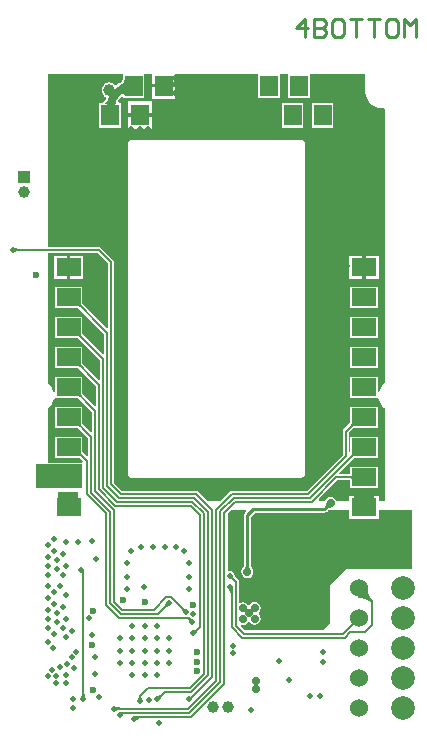
<source format=gbl>
G04*
G04 #@! TF.GenerationSoftware,Altium Limited,Altium Designer,20.0.1 (14)*
G04*
G04 Layer_Physical_Order=4*
G04 Layer_Color=16711680*
%FSLAX44Y44*%
%MOMM*%
G71*
G01*
G75*
%ADD10C,0.2540*%
%ADD20C,0.1800*%
%ADD43C,1.0000*%
%ADD76C,0.7000*%
%ADD84C,0.5000*%
%ADD85C,2.0000*%
%ADD86C,1.5240*%
%ADD87R,1.0000X1.0000*%
%ADD88C,0.7000*%
%ADD89C,0.6000*%
%ADD97R,1.5000X1.8000*%
%ADD98R,2.0000X1.5000*%
%ADD99R,1.7500X1.4500*%
%ADD100R,3.8773X2.0000*%
G36*
X125030Y540031D02*
X124996Y540613D01*
X124892Y541096D01*
X124719Y541479D01*
X124476Y541762D01*
X124164Y541945D01*
X123784Y542027D01*
X123333Y542010D01*
X122814Y541893D01*
X122225Y541675D01*
X121566Y541357D01*
X121188Y549599D01*
X121918Y550024D01*
X122572Y550486D01*
X123148Y550984D01*
X123647Y551517D01*
X124070Y552087D01*
X124416Y552693D01*
X124685Y553335D01*
X124877Y554013D01*
X124992Y554727D01*
X125030Y555477D01*
Y540031D01*
D02*
G37*
G36*
X328813Y543666D02*
X328813Y543666D01*
X328749D01*
X329226Y540045D01*
X330624Y536671D01*
X332847Y533774D01*
X335744Y531551D01*
X339118Y530153D01*
X342739Y529676D01*
X344045Y529848D01*
X345000Y529011D01*
Y296927D01*
X344004Y296162D01*
X341781Y293265D01*
X340383Y289891D01*
X340370Y289792D01*
X339100Y289875D01*
Y302500D01*
X315900D01*
Y284300D01*
X338885D01*
X339100Y284300D01*
X340215Y283926D01*
X340383Y282649D01*
X341781Y279275D01*
X344004Y276378D01*
X345000Y275613D01*
Y197500D01*
X340040D01*
Y201840D01*
X314960D01*
Y197500D01*
X303982D01*
X302927Y199079D01*
X301240Y200206D01*
X299250Y200602D01*
X297260Y200206D01*
X295573Y199079D01*
X294518Y197500D01*
X289572D01*
X289086Y198673D01*
X305064Y214651D01*
X315900D01*
Y208100D01*
X339100D01*
Y226300D01*
X315900D01*
Y219749D01*
X307013D01*
X306527Y220922D01*
X319105Y233500D01*
X339100D01*
Y251700D01*
X315900D01*
Y238628D01*
X315819Y238574D01*
X314549Y239253D01*
Y254944D01*
X318505Y258900D01*
X339100D01*
Y277100D01*
X315900D01*
Y263770D01*
X315890Y263715D01*
X315865Y263619D01*
X315836Y263534D01*
X315803Y263458D01*
X315765Y263389D01*
X315730Y263335D01*
X310198Y257802D01*
X309645Y256975D01*
X309451Y256000D01*
Y236056D01*
X279444Y206049D01*
X215884D01*
X214908Y205855D01*
X214081Y205302D01*
X206279Y197500D01*
X194530D01*
X186727Y205302D01*
X185900Y205855D01*
X184925Y206049D01*
X122556D01*
X115949Y212656D01*
Y399600D01*
X115755Y400575D01*
X115202Y401402D01*
X104802Y411802D01*
X103975Y412355D01*
X103000Y412549D01*
X60000D01*
Y558344D01*
X123400D01*
Y555536D01*
X123367Y554899D01*
X123281Y554366D01*
X123142Y553875D01*
X122950Y553415D01*
X122702Y552981D01*
X122393Y552564D01*
X122016Y552162D01*
X121565Y551772D01*
X121035Y551397D01*
X120367Y551008D01*
X120274Y550925D01*
X118488Y549971D01*
X117977Y549552D01*
X116715Y549697D01*
X116707Y549707D01*
X115329Y550765D01*
X113723Y551430D01*
X112000Y551657D01*
X110277Y551430D01*
X108672Y550765D01*
X107293Y549707D01*
X106235Y548329D01*
X105570Y546723D01*
X105343Y545000D01*
X105570Y543277D01*
X106235Y541671D01*
X107293Y540293D01*
X108672Y539235D01*
X109045Y539080D01*
X109198Y538652D01*
X108845Y537487D01*
X108624Y536873D01*
X108368Y536327D01*
X108093Y535874D01*
X107805Y535507D01*
X107506Y535216D01*
X107192Y534989D01*
X106854Y534814D01*
X106477Y534686D01*
X106047Y534603D01*
X105995Y534600D01*
X103400D01*
Y513400D01*
X121600D01*
Y532969D01*
X121601Y532973D01*
X121600Y532977D01*
Y534600D01*
X120427D01*
X120040Y534842D01*
X119701Y535215D01*
X119441Y535695D01*
X119423Y535807D01*
X119425Y535876D01*
X120157Y537247D01*
X122003Y539497D01*
X122130Y539601D01*
X123400Y539000D01*
Y538400D01*
X125026D01*
X125030Y538399D01*
X125035Y538400D01*
X141600D01*
Y558344D01*
X147860D01*
Y550500D01*
X157900D01*
X167940D01*
Y558344D01*
X238000D01*
Y538400D01*
X256200D01*
Y558344D01*
X263400D01*
Y538400D01*
X281600D01*
Y558344D01*
X328813D01*
Y543666D01*
D02*
G37*
G36*
X118000Y536874D02*
X117799Y536132D01*
X117686Y535469D01*
X117662Y534883D01*
X117726Y534375D01*
X117878Y533946D01*
X118119Y533594D01*
X118449Y533321D01*
X118867Y533126D01*
X119374Y533008D01*
X119970Y532970D01*
X105560Y532939D01*
X106251Y532981D01*
X106896Y533105D01*
X107496Y533310D01*
X108050Y533596D01*
X108558Y533964D01*
X109020Y534413D01*
X109437Y534944D01*
X109808Y535556D01*
X110133Y536249D01*
X110412Y537024D01*
X118000Y536874D01*
D02*
G37*
G36*
X32334Y411754D02*
X32633Y411575D01*
X32954Y411417D01*
X33297Y411280D01*
X33664Y411164D01*
X34052Y411069D01*
X34464Y410995D01*
X34897Y410942D01*
X35832Y410900D01*
Y409100D01*
X35354Y409090D01*
X34464Y409005D01*
X34052Y408931D01*
X33664Y408836D01*
X33297Y408720D01*
X32954Y408583D01*
X32633Y408425D01*
X32334Y408245D01*
X32058Y408045D01*
Y411955D01*
X32334Y411754D01*
D02*
G37*
G36*
X87363Y364541D02*
X87296Y364391D01*
X87271Y364226D01*
X87286Y364045D01*
X87342Y363849D01*
X87439Y363638D01*
X87576Y363411D01*
X87755Y363169D01*
X87973Y362912D01*
X88233Y362640D01*
X86960Y361367D01*
X86688Y361627D01*
X86431Y361845D01*
X86189Y362024D01*
X85962Y362161D01*
X85751Y362258D01*
X85555Y362314D01*
X85374Y362329D01*
X85209Y362304D01*
X85059Y362237D01*
X84924Y362131D01*
X87470Y364676D01*
X87363Y364541D01*
D02*
G37*
G36*
X110851Y398544D02*
Y344013D01*
X109678Y343527D01*
X89104Y364101D01*
X89100Y364105D01*
Y364672D01*
X89101Y364676D01*
X89100Y364680D01*
Y378700D01*
X65900D01*
Y360500D01*
X84920D01*
X84924Y360499D01*
X84928Y360500D01*
X85495D01*
X85499Y360497D01*
X107451Y338544D01*
Y321813D01*
X106278Y321327D01*
X89100Y338505D01*
Y353300D01*
X65900D01*
Y335100D01*
X83854D01*
X84100Y335051D01*
X85344D01*
X104051Y316344D01*
Y300013D01*
X102878Y299527D01*
X89104Y313301D01*
X89100Y313305D01*
Y313872D01*
X89101Y313876D01*
X89100Y313880D01*
Y327900D01*
X65900D01*
Y309700D01*
X84920D01*
X84924Y309699D01*
X84928Y309700D01*
X85495D01*
X85499Y309697D01*
X100651Y294544D01*
Y278013D01*
X99478Y277527D01*
X89103Y287901D01*
X89100Y287905D01*
Y288472D01*
X89101Y288476D01*
X89100Y288480D01*
Y302500D01*
X65900D01*
Y289874D01*
X64630Y289791D01*
X64617Y289891D01*
X63219Y293265D01*
X60996Y296162D01*
X60000Y296926D01*
Y407451D01*
X101944D01*
X110851Y398544D01*
D02*
G37*
G36*
X87354Y338950D02*
X87280Y338807D01*
X87250Y338647D01*
X87262Y338469D01*
X87317Y338274D01*
X87415Y338061D01*
X87555Y337832D01*
X87739Y337585D01*
X87964Y337321D01*
X88233Y337040D01*
X86760Y335967D01*
X86497Y336217D01*
X86247Y336429D01*
X86010Y336603D01*
X85787Y336737D01*
X85576Y336833D01*
X85379Y336890D01*
X85196Y336908D01*
X85025Y336888D01*
X84868Y336828D01*
X84724Y336730D01*
X87470Y339076D01*
X87354Y338950D01*
D02*
G37*
G36*
X87363Y313741D02*
X87296Y313591D01*
X87271Y313426D01*
X87286Y313245D01*
X87342Y313049D01*
X87439Y312838D01*
X87576Y312611D01*
X87755Y312369D01*
X87973Y312112D01*
X88233Y311840D01*
X86960Y310567D01*
X86688Y310826D01*
X86431Y311045D01*
X86189Y311224D01*
X85962Y311361D01*
X85751Y311458D01*
X85555Y311514D01*
X85374Y311529D01*
X85209Y311504D01*
X85059Y311437D01*
X84924Y311331D01*
X87470Y313876D01*
X87363Y313741D01*
D02*
G37*
G36*
Y288341D02*
X87296Y288191D01*
X87271Y288025D01*
X87286Y287845D01*
X87342Y287649D01*
X87439Y287437D01*
X87576Y287211D01*
X87755Y286969D01*
X87973Y286712D01*
X88233Y286440D01*
X86960Y285167D01*
X86688Y285427D01*
X86431Y285645D01*
X86189Y285824D01*
X85962Y285961D01*
X85751Y286058D01*
X85555Y286114D01*
X85374Y286129D01*
X85209Y286104D01*
X85059Y286037D01*
X84924Y285931D01*
X87470Y288476D01*
X87363Y288341D01*
D02*
G37*
G36*
X85498Y284297D02*
X97251Y272544D01*
Y256013D01*
X96078Y255527D01*
X89103Y262501D01*
X89100Y262505D01*
Y263072D01*
X89101Y263076D01*
X89100Y263080D01*
Y277100D01*
X65900D01*
Y258900D01*
X84920D01*
X84924Y258899D01*
X84928Y258900D01*
X85495D01*
X85498Y258897D01*
X93851Y250544D01*
Y235413D01*
X92678Y234927D01*
X89270Y238335D01*
X89234Y238389D01*
X89197Y238459D01*
X89163Y238535D01*
X89134Y238619D01*
X89109Y238715D01*
X89100Y238768D01*
Y251700D01*
X65900D01*
Y233500D01*
X86895D01*
X89642Y230753D01*
X89016Y229583D01*
X88773Y229631D01*
X60000D01*
Y275613D01*
X60996Y276378D01*
X63219Y279275D01*
X64617Y282649D01*
X64785Y283926D01*
X65900Y284300D01*
Y284300D01*
X84920D01*
X84924Y284299D01*
X84928Y284300D01*
X85495D01*
X85498Y284297D01*
D02*
G37*
G36*
X317530Y260530D02*
X317575Y260523D01*
X317598Y260500D01*
X317601Y260462D01*
X317583Y260408D01*
X317544Y260340D01*
X317485Y260256D01*
X317404Y260156D01*
X317182Y259912D01*
X317040Y259767D01*
X316767Y262040D01*
X316916Y262201D01*
X317049Y262372D01*
X317167Y262552D01*
X317270Y262742D01*
X317357Y262940D01*
X317429Y263149D01*
X317485Y263367D01*
X317526Y263594D01*
X317551Y263830D01*
X317561Y264076D01*
X317530Y260530D01*
D02*
G37*
G36*
X87363Y262941D02*
X87296Y262791D01*
X87271Y262626D01*
X87286Y262445D01*
X87342Y262249D01*
X87439Y262038D01*
X87576Y261811D01*
X87755Y261569D01*
X87973Y261312D01*
X88233Y261040D01*
X86960Y259767D01*
X86688Y260026D01*
X86431Y260245D01*
X86189Y260424D01*
X85962Y260561D01*
X85751Y260658D01*
X85555Y260714D01*
X85374Y260729D01*
X85209Y260704D01*
X85059Y260637D01*
X84924Y260530D01*
X87470Y263076D01*
X87363Y262941D01*
D02*
G37*
G36*
X319676Y235161D02*
X319562Y235283D01*
X319428Y235360D01*
X319273Y235392D01*
X319100Y235380D01*
X318906Y235322D01*
X318692Y235221D01*
X318459Y235074D01*
X318206Y234883D01*
X317932Y234647D01*
X317640Y234367D01*
X316767Y236040D01*
X317012Y236297D01*
X317220Y236542D01*
X317391Y236776D01*
X317526Y236997D01*
X317624Y237207D01*
X317685Y237405D01*
X317709Y237590D01*
X317696Y237764D01*
X317647Y237926D01*
X317561Y238076D01*
X319676Y235161D01*
D02*
G37*
G36*
X87449Y238830D02*
X87474Y238594D01*
X87515Y238367D01*
X87571Y238149D01*
X87642Y237941D01*
X87730Y237742D01*
X87832Y237552D01*
X87950Y237372D01*
X88084Y237201D01*
X88233Y237040D01*
Y234494D01*
X88111Y234615D01*
X87592Y235073D01*
X87541Y235105D01*
X87500Y235124D01*
X87470Y235131D01*
X87439Y239076D01*
X87449Y238830D01*
D02*
G37*
G36*
X317561Y215400D02*
X317550Y215571D01*
X317516Y215724D01*
X317461Y215859D01*
X317383Y215976D01*
X317283Y216075D01*
X317161Y216156D01*
X317017Y216219D01*
X316850Y216264D01*
X316661Y216291D01*
X316451Y216300D01*
Y218100D01*
X316661Y218109D01*
X316850Y218136D01*
X317017Y218181D01*
X317161Y218244D01*
X317283Y218325D01*
X317383Y218424D01*
X317461Y218541D01*
X317516Y218676D01*
X317550Y218829D01*
X317561Y219000D01*
Y215400D01*
D02*
G37*
G36*
X299680Y191929D02*
X299200Y191849D01*
X298723Y191730D01*
X298248Y191572D01*
X297776Y191374D01*
X297306Y191136D01*
X296839Y190858D01*
X296374Y190541D01*
X295912Y190184D01*
X295453Y189788D01*
X294996Y189352D01*
X293200Y191148D01*
X293636Y191605D01*
X294389Y192527D01*
X294706Y192992D01*
X294984Y193459D01*
X295221Y193928D01*
X295420Y194401D01*
X295578Y194875D01*
X295697Y195352D01*
X295777Y195832D01*
X299680Y191929D01*
D02*
G37*
G36*
X368000Y140000D02*
X313000Y140000D01*
X299000Y126000D01*
Y93750D01*
X293250Y88000D01*
X226210D01*
X223071Y91139D01*
X223696Y92309D01*
X225000Y92050D01*
X226990Y92446D01*
X228677Y93573D01*
X229320Y94535D01*
X230847D01*
X231323Y93823D01*
X233010Y92696D01*
X235000Y92300D01*
X236990Y92696D01*
X238677Y93823D01*
X239804Y95510D01*
X240200Y97500D01*
X239804Y99490D01*
X238677Y101177D01*
X238395Y101365D01*
Y102635D01*
X238677Y102823D01*
X239804Y104510D01*
X240200Y106500D01*
X239804Y108490D01*
X238677Y110177D01*
X236990Y111304D01*
X235000Y111700D01*
X233010Y111304D01*
X231323Y110177D01*
X230680Y109215D01*
X229153D01*
X228677Y109927D01*
X226990Y111054D01*
X225000Y111450D01*
X223010Y111054D01*
X222669Y110826D01*
X221549Y111425D01*
Y129000D01*
X221355Y129976D01*
X220802Y130802D01*
X219323Y132282D01*
X219022Y132612D01*
X218819Y132871D01*
X218636Y133134D01*
X218483Y133386D01*
X218359Y133625D01*
X218261Y133852D01*
X218188Y134066D01*
X218138Y134269D01*
X218095Y134536D01*
X218048Y134664D01*
X217862Y135600D01*
X216956Y136956D01*
X215600Y137862D01*
X214000Y138180D01*
X213270Y138035D01*
X212000Y139006D01*
Y186395D01*
X215355Y189750D01*
X227452D01*
X227938Y188577D01*
X226681Y187319D01*
X226047Y186370D01*
X225824Y185250D01*
Y144192D01*
X225794Y143534D01*
X225734Y143033D01*
X225648Y142551D01*
X225541Y142110D01*
X225414Y141707D01*
X225269Y141342D01*
X225107Y141012D01*
X224929Y140716D01*
X224693Y140390D01*
X224645Y140287D01*
X223946Y139240D01*
X223550Y137250D01*
X223946Y135260D01*
X225073Y133573D01*
X226760Y132446D01*
X228750Y132050D01*
X230740Y132446D01*
X232427Y133573D01*
X233554Y135260D01*
X233950Y137250D01*
X233554Y139240D01*
X232855Y140287D01*
X232807Y140390D01*
X232571Y140716D01*
X232393Y141012D01*
X232231Y141342D01*
X232086Y141707D01*
X231959Y142110D01*
X231852Y142552D01*
X231770Y143012D01*
X231676Y144008D01*
Y184038D01*
X234962Y187324D01*
X294098D01*
X295217Y187547D01*
X296167Y188181D01*
X296667Y188681D01*
X296944Y188920D01*
X297334Y189221D01*
X297716Y189482D01*
X298092Y189705D01*
X298181Y189750D01*
X314960D01*
Y181760D01*
X340040D01*
Y189750D01*
X368000D01*
Y140000D01*
D02*
G37*
G36*
X230035Y144040D02*
X230152Y142792D01*
X230255Y142216D01*
X230387Y141672D01*
X230548Y141160D01*
X230739Y140680D01*
X230959Y140232D01*
X231208Y139816D01*
X231487Y139431D01*
X226013D01*
X226292Y139816D01*
X226541Y140232D01*
X226761Y140680D01*
X226952Y141160D01*
X227113Y141672D01*
X227245Y142216D01*
X227348Y142792D01*
X227421Y143400D01*
X227480Y144712D01*
X230020D01*
X230035Y144040D01*
D02*
G37*
G36*
X90636Y137636D02*
X89364Y136364D01*
X89345Y136368D01*
X89296Y136374D01*
X87791Y136509D01*
X90491Y139209D01*
X90636Y137636D01*
D02*
G37*
G36*
X216538Y133944D02*
X216622Y133606D01*
X216737Y133267D01*
X216883Y132927D01*
X217060Y132586D01*
X217268Y132244D01*
X217506Y131901D01*
X217776Y131557D01*
X218407Y130866D01*
X217134Y129593D01*
X216788Y129924D01*
X216099Y130494D01*
X215756Y130732D01*
X215414Y130940D01*
X215073Y131117D01*
X214733Y131263D01*
X214394Y131378D01*
X214056Y131462D01*
X213719Y131516D01*
X216484Y134281D01*
X216538Y133944D01*
D02*
G37*
G36*
X216500Y119079D02*
X214700Y118600D01*
X214679Y118977D01*
X214616Y119343D01*
X214511Y119701D01*
X214364Y120048D01*
X214175Y120386D01*
X213943Y120714D01*
X213670Y121032D01*
X213355Y121341D01*
X212998Y121640D01*
X212598Y121930D01*
X216351Y123150D01*
X216500Y119079D01*
D02*
G37*
G36*
X330790Y122603D02*
X331369Y119705D01*
X331718Y118414D01*
X332106Y117229D01*
X332533Y116149D01*
X333000Y115175D01*
X333506Y114307D01*
X334052Y113544D01*
X334636Y112886D01*
X333364Y111614D01*
X332706Y112198D01*
X331943Y112744D01*
X331075Y113250D01*
X330101Y113717D01*
X329021Y114144D01*
X327836Y114532D01*
X326545Y114881D01*
X323647Y115460D01*
X322040Y115691D01*
X330559Y124210D01*
X330790Y122603D01*
D02*
G37*
G36*
X162539Y108271D02*
X162202Y108218D01*
X161864Y108133D01*
X161525Y108018D01*
X161185Y107872D01*
X160844Y107696D01*
X160502Y107488D01*
X160159Y107249D01*
X159815Y106980D01*
X159124Y106348D01*
X157851Y107621D01*
X158182Y107967D01*
X158752Y108656D01*
X158990Y108999D01*
X159198Y109341D01*
X159375Y109682D01*
X159521Y110022D01*
X159636Y110361D01*
X159720Y110699D01*
X159774Y111036D01*
X162539Y108271D01*
D02*
G37*
G36*
X173964Y107406D02*
X174657Y106812D01*
X174995Y106562D01*
X175326Y106344D01*
X175651Y106156D01*
X175970Y106000D01*
X176282Y105876D01*
X176588Y105782D01*
X176888Y105720D01*
X174006Y103076D01*
X173965Y103446D01*
X173892Y103812D01*
X173790Y104175D01*
X173656Y104533D01*
X173491Y104888D01*
X173295Y105239D01*
X173069Y105587D01*
X172812Y105930D01*
X172524Y106270D01*
X172205Y106606D01*
X173608Y107750D01*
X173964Y107406D01*
D02*
G37*
G36*
X179826Y98462D02*
X180034Y98301D01*
X180260Y98153D01*
X180504Y98017D01*
X180767Y97895D01*
X181048Y97785D01*
X181347Y97688D01*
X181664Y97604D01*
X182353Y97475D01*
X179525Y94647D01*
X179467Y95000D01*
X179312Y95653D01*
X179215Y95952D01*
X179105Y96233D01*
X178983Y96496D01*
X178847Y96740D01*
X178699Y96966D01*
X178538Y97174D01*
X178364Y97364D01*
X179636Y98636D01*
X179826Y98462D01*
D02*
G37*
G36*
X187326Y88215D02*
X186995Y87869D01*
X186425Y87180D01*
X186187Y86837D01*
X185979Y86495D01*
X185802Y86154D01*
X185656Y85814D01*
X185541Y85475D01*
X185457Y85137D01*
X185403Y84800D01*
X182638Y87565D01*
X182975Y87619D01*
X183313Y87703D01*
X183652Y87818D01*
X183992Y87964D01*
X184333Y88141D01*
X184675Y88349D01*
X185018Y88587D01*
X185362Y88857D01*
X186053Y89488D01*
X187326Y88215D01*
D02*
G37*
G36*
X90911Y34853D02*
X90995Y33963D01*
X91069Y33552D01*
X91164Y33164D01*
X91280Y32797D01*
X91417Y32454D01*
X91575Y32133D01*
X91755Y31834D01*
X91955Y31558D01*
X88045D01*
X88245Y31834D01*
X88425Y32133D01*
X88583Y32454D01*
X88720Y32797D01*
X88836Y33164D01*
X88931Y33552D01*
X89005Y33963D01*
X89058Y34397D01*
X89100Y35332D01*
X90900D01*
X90911Y34853D01*
D02*
G37*
G36*
X138911Y32000D02*
X138944Y31682D01*
X138999Y31367D01*
X139075Y31056D01*
X139174Y30748D01*
X139294Y30443D01*
X139437Y30141D01*
X139601Y29843D01*
X139787Y29548D01*
X139995Y29256D01*
X136005D01*
X136213Y29548D01*
X136399Y29843D01*
X136563Y30141D01*
X136706Y30443D01*
X136826Y30748D01*
X136925Y31056D01*
X137001Y31367D01*
X137056Y31682D01*
X137089Y32000D01*
X137100Y32321D01*
X138900D01*
X138911Y32000D01*
D02*
G37*
G36*
X156907Y32384D02*
X156576Y32038D01*
X156006Y31349D01*
X155768Y31006D01*
X155560Y30664D01*
X155383Y30323D01*
X155237Y29983D01*
X155122Y29644D01*
X155038Y29306D01*
X154984Y28969D01*
X152219Y31734D01*
X152556Y31788D01*
X152894Y31872D01*
X153233Y31987D01*
X153573Y32133D01*
X153914Y32310D01*
X154256Y32518D01*
X154599Y32756D01*
X154943Y33026D01*
X155634Y33657D01*
X156907Y32384D01*
D02*
G37*
G36*
X117597Y22959D02*
X117856Y22842D01*
X118146Y22738D01*
X118469Y22649D01*
X118823Y22573D01*
X119626Y22462D01*
X120076Y22428D01*
X121071Y22400D01*
X121468Y20600D01*
X121022Y20586D01*
X120592Y20544D01*
X120178Y20473D01*
X119780Y20375D01*
X119398Y20248D01*
X119032Y20094D01*
X118682Y19911D01*
X118348Y19700D01*
X118030Y19461D01*
X117728Y19194D01*
X117371Y23091D01*
X117597Y22959D01*
D02*
G37*
G36*
X123636Y17364D02*
X123632Y17345D01*
X123626Y17296D01*
X123491Y15791D01*
X120791Y18491D01*
X122363Y18636D01*
X123636Y17364D01*
D02*
G37*
G36*
X138351Y13350D02*
X137983Y13328D01*
X137625Y13263D01*
X137277Y13154D01*
X136939Y13001D01*
X136611Y12805D01*
X136292Y12565D01*
X135983Y12281D01*
X135685Y11954D01*
X135395Y11583D01*
X135116Y11169D01*
X133758Y14882D01*
X137785Y15150D01*
X138351Y13350D01*
D02*
G37*
%LPC*%
G36*
X167940Y547500D02*
X157900D01*
X147860D01*
Y537460D01*
X167940D01*
Y547500D01*
D02*
G37*
G36*
X147940Y535540D02*
X127860D01*
Y525500D01*
X137900D01*
X147940D01*
Y535540D01*
D02*
G37*
G36*
X301600Y534600D02*
X283400D01*
Y513400D01*
X301600D01*
Y534600D01*
D02*
G37*
G36*
X276200D02*
X258000D01*
Y513400D01*
X276200D01*
Y534600D01*
D02*
G37*
G36*
X147940Y522500D02*
X137900D01*
X127860D01*
Y512460D01*
X147940D01*
Y522500D01*
D02*
G37*
G36*
X340040Y405040D02*
X329000D01*
Y395000D01*
Y384960D01*
X340040D01*
Y405040D01*
D02*
G37*
G36*
X326000D02*
X314960D01*
Y384960D01*
X326000D01*
Y395000D01*
Y405040D01*
D02*
G37*
G36*
X339100Y378700D02*
X315900D01*
Y360500D01*
X339100D01*
Y378700D01*
D02*
G37*
G36*
Y353300D02*
X315900D01*
Y335100D01*
X339100D01*
Y353300D01*
D02*
G37*
G36*
Y327900D02*
X315900D01*
Y309700D01*
X339100D01*
Y327900D01*
D02*
G37*
G36*
X274500Y502926D02*
X130500D01*
X129380Y502704D01*
X128431Y502069D01*
X127796Y501120D01*
X127574Y500000D01*
Y220000D01*
X127796Y218880D01*
X128431Y217931D01*
X129380Y217297D01*
X130500Y217074D01*
X274500D01*
X275620Y217297D01*
X276569Y217931D01*
X277204Y218880D01*
X277426Y220000D01*
Y500000D01*
X277204Y501120D01*
X276569Y502069D01*
X275620Y502704D01*
X274500Y502926D01*
D02*
G37*
G36*
X90040Y405040D02*
X79000D01*
Y395000D01*
Y384960D01*
X90040D01*
Y405040D01*
D02*
G37*
G36*
X76000D02*
X64960D01*
Y384960D01*
X76000D01*
Y395000D01*
Y405040D01*
D02*
G37*
%LPD*%
D10*
X233750Y190250D02*
X294098D01*
X228750Y185250D02*
X233750Y190250D01*
X228750Y137250D02*
Y185250D01*
X294098Y190250D02*
X299250Y195402D01*
X277617Y590000D02*
Y605235D01*
X270000Y597617D01*
X280157D01*
X285235Y605235D02*
Y590000D01*
X292853D01*
X295392Y592539D01*
Y595078D01*
X292853Y597617D01*
X285235D01*
X292853D01*
X295392Y600157D01*
Y602696D01*
X292853Y605235D01*
X285235D01*
X308088D02*
X303009D01*
X300470Y602696D01*
Y592539D01*
X303009Y590000D01*
X308088D01*
X310627Y592539D01*
Y602696D01*
X308088Y605235D01*
X315705D02*
X325862D01*
X320784D01*
Y590000D01*
X330940Y605235D02*
X341097D01*
X336019D01*
Y590000D01*
X353793Y605235D02*
X348714D01*
X346175Y602696D01*
Y592539D01*
X348714Y590000D01*
X353793D01*
X356332Y592539D01*
Y602696D01*
X353793Y605235D01*
X361410Y590000D02*
Y605235D01*
X366489Y600157D01*
X371567Y605235D01*
Y590000D01*
D20*
X144679Y39000D02*
X179958D01*
X138000Y32321D02*
X144679Y39000D01*
X138000Y27750D02*
Y32321D01*
X224150Y81600D02*
X311558D01*
X215600Y90150D02*
X224150Y81600D01*
X215600Y90150D02*
Y122400D01*
X225605Y85000D02*
X310150D01*
X219000Y91605D02*
X225605Y85000D01*
X219000Y91605D02*
Y129000D01*
X218700Y196700D02*
X283508D01*
X217292Y200100D02*
X282100D01*
X215884Y203500D02*
X280500D01*
X209000Y187000D02*
X218700Y196700D01*
X205600Y188408D02*
X217292Y200100D01*
X283508Y196700D02*
X304008Y217200D01*
X282100Y200100D02*
X325000Y243000D01*
X202100Y189716D02*
X215884Y203500D01*
X280500D02*
X312000Y235000D01*
X116500Y21500D02*
X178383D01*
X116000Y21000D02*
X116500Y21500D01*
X178383D02*
X202100Y45217D01*
X123000Y18000D02*
X179691D01*
X121000Y16000D02*
X123000Y18000D01*
X179691D02*
X205600Y43909D01*
X134750Y14250D02*
X180749D01*
X133000Y12500D02*
X134750Y14250D01*
X180749D02*
X209000Y42501D01*
X90000Y30000D02*
Y137000D01*
X88000Y139000D02*
X90000Y137000D01*
X209000Y42501D02*
Y187000D01*
X205600Y43909D02*
Y188408D01*
X202100Y45217D02*
Y189716D01*
X214000Y134000D02*
X219000Y129000D01*
X214000Y124000D02*
X215600Y122400D01*
X198700Y48125D02*
Y189725D01*
X195300Y49533D02*
Y188317D01*
X191900Y50942D02*
Y186908D01*
X188500Y90662D02*
Y185500D01*
X182919Y85081D02*
X188500Y90662D01*
X179513Y28938D02*
X198700Y48125D01*
X181367Y35600D02*
X195300Y49533D01*
X182108Y196700D02*
X191900Y186908D01*
X183517Y200100D02*
X195300Y188317D01*
X179958Y39000D02*
X191900Y50942D01*
X184925Y203500D02*
X198700Y189725D01*
X180700Y193300D02*
X188500Y185500D01*
X179062Y28938D02*
X179513D01*
X103000Y410000D02*
X113400Y399600D01*
X31000Y410000D02*
X103000D01*
X113400Y211600D02*
Y399600D01*
X158850Y35600D02*
X181367D01*
X153103Y101600D02*
X162258Y110755D01*
X121592Y101600D02*
X153103D01*
X123000Y105000D02*
X149431D01*
X164329Y115755D02*
X176500Y103584D01*
Y103250D02*
Y103584D01*
X149431Y105000D02*
X160187Y115755D01*
X164329D01*
X152500Y29250D02*
X158850Y35600D01*
X311558Y81600D02*
X315958Y86000D01*
X310150Y85000D02*
X323000Y97850D01*
X116000Y112000D02*
X123000Y105000D01*
X116000Y112000D02*
Y189617D01*
X120383Y98000D02*
X179000D01*
X109200Y109183D02*
X120383Y98000D01*
X109200Y109183D02*
Y186800D01*
X112600Y110592D02*
Y188208D01*
Y110592D02*
X121592Y101600D01*
X179000Y98000D02*
X182000Y95000D01*
X323000Y123250D02*
X334000Y112250D01*
Y92000D02*
Y112250D01*
X328000Y86000D02*
X334000Y92000D01*
X315958Y86000D02*
X328000D01*
X117125Y193300D02*
X180700D01*
X312000Y235000D02*
Y256000D01*
X304008Y217200D02*
X327500D01*
X325000Y243000D02*
X327100D01*
X312000Y256000D02*
X324000Y268000D01*
X121500Y203500D02*
X184925D01*
X119941Y200100D02*
X183517D01*
X118533Y196700D02*
X182108D01*
X113400Y211600D02*
X121500Y203500D01*
X110000Y210042D02*
X119941Y200100D01*
X106600Y208633D02*
X118533Y196700D01*
X103200Y207225D02*
X117125Y193300D01*
X93000Y203000D02*
X109200Y186800D01*
X96400Y204408D02*
X112600Y188208D01*
X99800Y205817D02*
X116000Y189617D01*
X110000Y210042D02*
Y339600D01*
X80000Y369600D02*
X110000Y339600D01*
X106600Y208633D02*
Y317400D01*
X86400Y337600D02*
X106600Y317400D01*
X80000Y318800D02*
X103200Y295600D01*
Y207225D02*
Y295600D01*
X99800Y205817D02*
Y273600D01*
X96400Y204408D02*
Y251600D01*
X80000Y268000D02*
X96400Y251600D01*
X80000Y293400D02*
X99800Y273600D01*
X93000Y203000D02*
Y231000D01*
X81400Y242600D02*
X93000Y231000D01*
X77500Y293400D02*
X80000D01*
X84100Y337600D02*
X86400D01*
X77500Y344200D02*
X84100Y337600D01*
X77500Y369600D02*
X80000D01*
X77500Y318800D02*
X80000D01*
X77500Y242600D02*
X81400D01*
X77500Y268000D02*
X80000D01*
X324000D02*
X327500D01*
X327100Y243000D02*
X327500Y242600D01*
D43*
X212250Y22500D02*
D03*
X199750D02*
D03*
X40000Y458850D02*
D03*
X112000Y545000D02*
D03*
D76*
X132500Y549000D02*
G03*
X112500Y529000I0J-20000D01*
G01*
Y524000D02*
Y529000D01*
D84*
X141750Y70500D02*
D03*
X152250D02*
D03*
Y81000D02*
D03*
X141750D02*
D03*
Y60000D02*
D03*
X152250D02*
D03*
X131250D02*
D03*
Y70500D02*
D03*
Y81000D02*
D03*
X141750Y91500D02*
D03*
X152250D02*
D03*
X131250D02*
D03*
X120750Y81000D02*
D03*
Y70500D02*
D03*
Y60000D02*
D03*
X131250Y49500D02*
D03*
X141750D02*
D03*
X152250D02*
D03*
X162750Y60000D02*
D03*
Y70500D02*
D03*
Y81000D02*
D03*
X264000Y45750D02*
D03*
X255750Y61750D02*
D03*
X145250Y28750D02*
D03*
X138000Y27750D02*
D03*
X63250Y53750D02*
D03*
X70000Y56750D02*
D03*
X76000Y59250D02*
D03*
X80000Y65000D02*
D03*
X82000Y56000D02*
D03*
X64648Y72987D02*
D03*
X83500Y69750D02*
D03*
X75000Y82500D02*
D03*
X80000Y87500D02*
D03*
X60000Y48750D02*
D03*
X67000Y49000D02*
D03*
X75000Y50000D02*
D03*
X216250Y68250D02*
D03*
X82750Y202500D02*
D03*
X216250Y74250D02*
D03*
X97630Y84000D02*
D03*
X95000Y98000D02*
D03*
X330000Y517000D02*
D03*
X335500Y506000D02*
D03*
X330000Y495000D02*
D03*
X335500Y484000D02*
D03*
X330000Y473000D02*
D03*
X335500Y462000D02*
D03*
X330000Y451000D02*
D03*
X335500Y440000D02*
D03*
X330000Y429000D02*
D03*
X335500Y418000D02*
D03*
X330000Y407000D02*
D03*
X319000Y539000D02*
D03*
X324500Y528000D02*
D03*
X319000Y517000D02*
D03*
X324500Y506000D02*
D03*
X319000Y495000D02*
D03*
X324500Y484000D02*
D03*
X319000Y473000D02*
D03*
X324500Y462000D02*
D03*
X319000Y451000D02*
D03*
X324500Y440000D02*
D03*
X319000Y429000D02*
D03*
X324500Y418000D02*
D03*
X319000Y407000D02*
D03*
X313500Y550000D02*
D03*
X308000Y539000D02*
D03*
X313500Y528000D02*
D03*
X308000Y517000D02*
D03*
X313500Y506000D02*
D03*
X308000Y495000D02*
D03*
X313500Y484000D02*
D03*
X308000Y473000D02*
D03*
X313500Y462000D02*
D03*
X308000Y451000D02*
D03*
X313500Y440000D02*
D03*
X308000Y429000D02*
D03*
X313500Y418000D02*
D03*
X308000Y407000D02*
D03*
X313500Y396000D02*
D03*
X308000Y385000D02*
D03*
Y363000D02*
D03*
Y341000D02*
D03*
X313500Y330000D02*
D03*
X308000Y319000D02*
D03*
X313500Y308000D02*
D03*
X308000Y297000D02*
D03*
Y275000D02*
D03*
Y209000D02*
D03*
X302500Y550000D02*
D03*
X297000Y539000D02*
D03*
X302500Y506000D02*
D03*
X297000Y495000D02*
D03*
X302500Y484000D02*
D03*
X297000Y473000D02*
D03*
X302500Y462000D02*
D03*
X297000Y451000D02*
D03*
X302500Y440000D02*
D03*
X297000Y429000D02*
D03*
X302500Y418000D02*
D03*
X297000Y407000D02*
D03*
X302500Y396000D02*
D03*
X297000Y385000D02*
D03*
X302500Y374000D02*
D03*
X297000Y363000D02*
D03*
X302500Y352000D02*
D03*
X297000Y341000D02*
D03*
X302500Y330000D02*
D03*
X297000Y319000D02*
D03*
X302500Y308000D02*
D03*
X297000Y297000D02*
D03*
X302500Y286000D02*
D03*
X297000Y275000D02*
D03*
X302500Y264000D02*
D03*
X297000Y253000D02*
D03*
X302500Y242000D02*
D03*
X297000Y231000D02*
D03*
X291500Y550000D02*
D03*
X286000Y539000D02*
D03*
X291500Y506000D02*
D03*
X286000Y495000D02*
D03*
X291500Y484000D02*
D03*
X286000Y473000D02*
D03*
X291500Y462000D02*
D03*
X286000Y451000D02*
D03*
X291500Y440000D02*
D03*
X286000Y429000D02*
D03*
X291500Y418000D02*
D03*
X286000Y407000D02*
D03*
X291500Y396000D02*
D03*
X286000Y385000D02*
D03*
X291500Y374000D02*
D03*
X286000Y363000D02*
D03*
X291500Y352000D02*
D03*
X286000Y341000D02*
D03*
X291500Y330000D02*
D03*
X286000Y319000D02*
D03*
X291500Y308000D02*
D03*
X286000Y297000D02*
D03*
X291500Y286000D02*
D03*
X286000Y275000D02*
D03*
X291500Y264000D02*
D03*
X286000Y253000D02*
D03*
X291500Y242000D02*
D03*
X286000Y231000D02*
D03*
X280500Y528000D02*
D03*
Y506000D02*
D03*
X275000Y209000D02*
D03*
X264000D02*
D03*
X253000Y517000D02*
D03*
Y209000D02*
D03*
X247500Y528000D02*
D03*
X242000Y517000D02*
D03*
Y209000D02*
D03*
X231000Y539000D02*
D03*
X236500Y528000D02*
D03*
X231000Y517000D02*
D03*
Y209000D02*
D03*
X225500Y550000D02*
D03*
X220000Y539000D02*
D03*
X225500Y528000D02*
D03*
X220000Y517000D02*
D03*
Y209000D02*
D03*
X214500Y550000D02*
D03*
X209000Y539000D02*
D03*
X214500Y528000D02*
D03*
X209000Y517000D02*
D03*
Y209000D02*
D03*
X203500Y550000D02*
D03*
X198000Y539000D02*
D03*
X203500Y528000D02*
D03*
X198000Y517000D02*
D03*
Y209000D02*
D03*
X192500Y550000D02*
D03*
X187000Y539000D02*
D03*
X192500Y528000D02*
D03*
X187000Y517000D02*
D03*
Y209000D02*
D03*
X181500Y550000D02*
D03*
X176000Y539000D02*
D03*
X181500Y528000D02*
D03*
X176000Y517000D02*
D03*
Y209000D02*
D03*
X165000D02*
D03*
X159500Y528000D02*
D03*
X154000Y209000D02*
D03*
X143000D02*
D03*
X132000D02*
D03*
X121000Y495000D02*
D03*
Y473000D02*
D03*
Y451000D02*
D03*
Y429000D02*
D03*
Y407000D02*
D03*
Y385000D02*
D03*
Y363000D02*
D03*
Y341000D02*
D03*
Y319000D02*
D03*
Y297000D02*
D03*
Y275000D02*
D03*
Y253000D02*
D03*
Y231000D02*
D03*
X110000Y495000D02*
D03*
X115500Y484000D02*
D03*
X110000Y473000D02*
D03*
X115500Y462000D02*
D03*
X110000Y451000D02*
D03*
X115500Y440000D02*
D03*
X110000Y429000D02*
D03*
X115500Y418000D02*
D03*
X99000Y495000D02*
D03*
X104500Y484000D02*
D03*
X99000Y473000D02*
D03*
X104500Y462000D02*
D03*
X99000Y451000D02*
D03*
X104500Y440000D02*
D03*
X99000Y429000D02*
D03*
X104500Y418000D02*
D03*
Y396000D02*
D03*
X99000Y385000D02*
D03*
X104500Y374000D02*
D03*
X99000Y363000D02*
D03*
Y341000D02*
D03*
X104500Y330000D02*
D03*
X88000Y495000D02*
D03*
X93500Y484000D02*
D03*
X88000Y473000D02*
D03*
X93500Y462000D02*
D03*
X88000Y451000D02*
D03*
X93500Y440000D02*
D03*
X88000Y429000D02*
D03*
X93500Y418000D02*
D03*
Y396000D02*
D03*
Y374000D02*
D03*
Y264000D02*
D03*
X77000Y539000D02*
D03*
Y495000D02*
D03*
X82500Y484000D02*
D03*
X77000Y473000D02*
D03*
X82500Y462000D02*
D03*
X77000Y451000D02*
D03*
X82500Y440000D02*
D03*
X77000Y429000D02*
D03*
X82500Y418000D02*
D03*
X66000Y539000D02*
D03*
X71500Y528000D02*
D03*
X66000Y517000D02*
D03*
X71500Y506000D02*
D03*
X66000Y495000D02*
D03*
X71500Y484000D02*
D03*
X66000Y473000D02*
D03*
X71500Y462000D02*
D03*
X66000Y451000D02*
D03*
X71500Y440000D02*
D03*
X66000Y429000D02*
D03*
X71500Y418000D02*
D03*
X81000Y22000D02*
D03*
X100000Y51000D02*
D03*
X103000Y31000D02*
D03*
X81000Y30000D02*
D03*
X293000Y60500D02*
D03*
Y69000D02*
D03*
X290500Y32000D02*
D03*
X282000D02*
D03*
X183000Y101750D02*
D03*
X70750Y202500D02*
D03*
X97000Y163500D02*
D03*
X85000Y162500D02*
D03*
X60000Y135000D02*
D03*
X67500Y140000D02*
D03*
X72500Y135000D02*
D03*
X75000Y142500D02*
D03*
X60000D02*
D03*
Y150000D02*
D03*
X67500Y147500D02*
D03*
X72500Y152500D02*
D03*
X65000Y155000D02*
D03*
X60000Y160000D02*
D03*
X65000Y165000D02*
D03*
X75000Y162500D02*
D03*
X232000Y20000D02*
D03*
X75000Y117500D02*
D03*
X70000Y125000D02*
D03*
X65000Y120000D02*
D03*
X60000Y125000D02*
D03*
Y115000D02*
D03*
X65000Y110000D02*
D03*
X72500Y107500D02*
D03*
X67500Y102500D02*
D03*
X60000Y105000D02*
D03*
X179562Y29750D02*
D03*
X162258Y110755D02*
D03*
X152500Y29250D02*
D03*
X154000Y9000D02*
D03*
X90000Y30000D02*
D03*
X133000Y12500D02*
D03*
X99500Y65500D02*
D03*
X176500Y103250D02*
D03*
X100000Y555000D02*
D03*
X92500D02*
D03*
X85000D02*
D03*
Y542500D02*
D03*
Y535000D02*
D03*
Y527500D02*
D03*
X125000Y520000D02*
D03*
X100000D02*
D03*
X92500D02*
D03*
X85000D02*
D03*
Y512500D02*
D03*
Y505000D02*
D03*
X152500Y535000D02*
D03*
Y527500D02*
D03*
Y520000D02*
D03*
X92500Y512500D02*
D03*
Y505000D02*
D03*
X115000D02*
D03*
X107500D02*
D03*
X100000D02*
D03*
Y512500D02*
D03*
X130000D02*
D03*
X137500D02*
D03*
X88000Y139000D02*
D03*
X101000Y148000D02*
D03*
X167500Y555000D02*
D03*
Y550000D02*
D03*
Y542500D02*
D03*
Y535000D02*
D03*
Y527500D02*
D03*
Y520000D02*
D03*
Y512500D02*
D03*
X145000Y555000D02*
D03*
X160000Y512500D02*
D03*
X152500D02*
D03*
X145000Y550000D02*
D03*
Y542500D02*
D03*
Y512500D02*
D03*
X75000Y515000D02*
D03*
Y545000D02*
D03*
X214000Y134000D02*
D03*
Y124000D02*
D03*
X30500Y410000D02*
D03*
X182000Y95000D02*
D03*
X116000Y21000D02*
D03*
X121000Y16000D02*
D03*
X130500Y154500D02*
D03*
X168000Y158000D02*
D03*
X139000D02*
D03*
X175500Y154500D02*
D03*
X159000Y158000D02*
D03*
X149000D02*
D03*
X60000Y97500D02*
D03*
X75500Y42750D02*
D03*
X75000Y97500D02*
D03*
X72500Y90000D02*
D03*
X65000Y85000D02*
D03*
X60000Y77500D02*
D03*
X67000Y43250D02*
D03*
X67500Y95000D02*
D03*
X60000Y90000D02*
D03*
X179000Y123000D02*
D03*
X127000Y133000D02*
D03*
Y123000D02*
D03*
X182919Y85081D02*
D03*
X141000Y124000D02*
D03*
X179000Y133000D02*
D03*
Y145000D02*
D03*
X127000D02*
D03*
D85*
X361000Y21650D02*
D03*
Y47050D02*
D03*
Y72450D02*
D03*
Y97850D02*
D03*
Y123250D02*
D03*
D86*
X323000Y21650D02*
D03*
Y47050D02*
D03*
Y72450D02*
D03*
Y97850D02*
D03*
Y123250D02*
D03*
D87*
X40000Y471350D02*
D03*
D88*
X236000Y38000D02*
D03*
X236000Y45000D02*
D03*
X225000Y97250D02*
D03*
X230000Y102000D02*
D03*
X235000Y106500D02*
D03*
X225000Y106250D02*
D03*
X235000Y97500D02*
D03*
X299250Y195402D02*
D03*
X228750Y137250D02*
D03*
X288000Y99250D02*
D03*
X258000D02*
D03*
X273000D02*
D03*
X54000Y224000D02*
D03*
Y212000D02*
D03*
X64000Y224000D02*
D03*
Y212000D02*
D03*
X59000Y218000D02*
D03*
X245000Y129000D02*
D03*
Y120000D02*
D03*
Y102000D02*
D03*
Y111000D02*
D03*
X335000Y175000D02*
D03*
X297000Y133000D02*
D03*
X245000Y147000D02*
D03*
Y156000D02*
D03*
Y165000D02*
D03*
Y174000D02*
D03*
X329000Y145000D02*
D03*
X280000Y144000D02*
D03*
X342500Y175000D02*
D03*
X316000Y177500D02*
D03*
X293000Y177250D02*
D03*
X299000Y171000D02*
D03*
X298750Y152250D02*
D03*
D89*
X186000Y61250D02*
D03*
Y53000D02*
D03*
Y69500D02*
D03*
X97000Y75250D02*
D03*
X98000Y37000D02*
D03*
X123500Y113000D02*
D03*
X49500Y389000D02*
D03*
X183000Y109000D02*
D03*
X142000Y112000D02*
D03*
X97928Y104500D02*
D03*
D97*
X132500Y549000D02*
D03*
X112500Y524000D02*
D03*
X267100D02*
D03*
X292500D02*
D03*
X137900D02*
D03*
X157900Y549000D02*
D03*
X272500D02*
D03*
X247100D02*
D03*
D98*
X77500Y217200D02*
D03*
Y395000D02*
D03*
Y369600D02*
D03*
Y344200D02*
D03*
Y318800D02*
D03*
Y293400D02*
D03*
Y268000D02*
D03*
Y242600D02*
D03*
Y191800D02*
D03*
X327500Y395000D02*
D03*
Y369600D02*
D03*
Y344200D02*
D03*
Y318800D02*
D03*
Y293400D02*
D03*
Y268000D02*
D03*
Y242600D02*
D03*
Y217200D02*
D03*
Y191800D02*
D03*
D99*
X327500Y199500D02*
D03*
X76750Y197750D02*
D03*
D100*
X69387Y218000D02*
D03*
M02*

</source>
